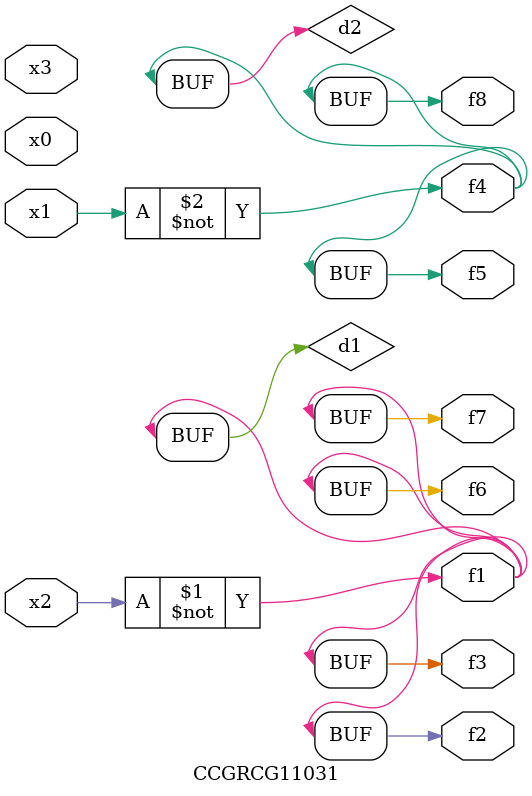
<source format=v>
module CCGRCG11031(
	input x0, x1, x2, x3,
	output f1, f2, f3, f4, f5, f6, f7, f8
);

	wire d1, d2;

	xnor (d1, x2);
	not (d2, x1);
	assign f1 = d1;
	assign f2 = d1;
	assign f3 = d1;
	assign f4 = d2;
	assign f5 = d2;
	assign f6 = d1;
	assign f7 = d1;
	assign f8 = d2;
endmodule

</source>
